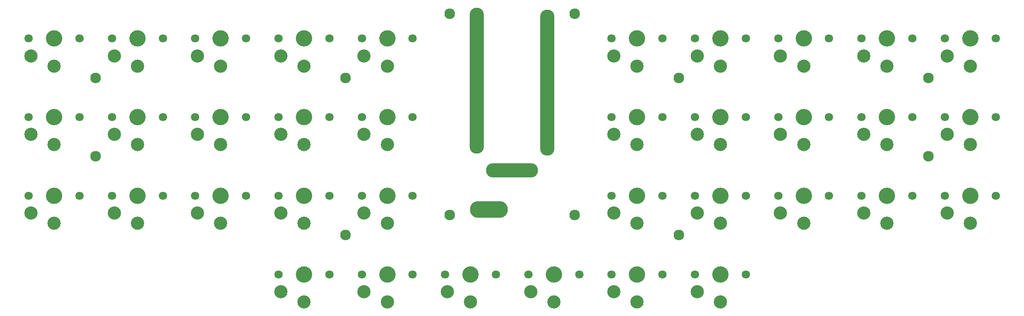
<source format=gbr>
%TF.GenerationSoftware,KiCad,Pcbnew,7.0.1*%
%TF.CreationDate,2023-03-24T14:18:28-04:00*%
%TF.ProjectId,kurp,6b757270-2e6b-4696-9361-645f70636258,v1.0.0*%
%TF.SameCoordinates,Original*%
%TF.FileFunction,Soldermask,Bot*%
%TF.FilePolarity,Negative*%
%FSLAX46Y46*%
G04 Gerber Fmt 4.6, Leading zero omitted, Abs format (unit mm)*
G04 Created by KiCad (PCBNEW 7.0.1) date 2023-03-24 14:18:28*
%MOMM*%
%LPD*%
G01*
G04 APERTURE LIST*
%ADD10C,1.801800*%
%ADD11C,2.850000*%
%ADD12C,3.529000*%
%ADD13O,3.100000X31.580000*%
%ADD14C,2.300000*%
%ADD15O,11.260000X3.100000*%
%ADD16O,8.220000X3.640000*%
G04 APERTURE END LIST*
D10*
%TO.C,SW11*%
X66500000Y17000000D03*
D11*
X67000000Y13250000D03*
D12*
X72000000Y17000000D03*
D11*
X72000000Y11050000D03*
D10*
X77500000Y17000000D03*
%TD*%
D13*
%TO.C,U1*%
X109380000Y24893700D03*
X124620000Y24500000D03*
%TD*%
D10*
%TO.C,SW20*%
X210500000Y17000000D03*
D11*
X211000000Y13250000D03*
D12*
X216000000Y17000000D03*
D11*
X216000000Y11050000D03*
D10*
X221500000Y17000000D03*
%TD*%
D14*
%TO.C,H10*%
X153000000Y25500000D03*
%TD*%
D10*
%TO.C,SW25*%
X174500000Y0D03*
D11*
X175000000Y-3750000D03*
D12*
X180000000Y0D03*
D11*
X180000000Y-5950000D03*
D10*
X185500000Y0D03*
%TD*%
%TO.C,SW8*%
X48500000Y17000000D03*
D11*
X49000000Y13250000D03*
D12*
X54000000Y17000000D03*
D11*
X54000000Y11050000D03*
D10*
X59500000Y17000000D03*
%TD*%
%TO.C,SW19*%
X210500000Y0D03*
D11*
X211000000Y-3750000D03*
D12*
X216000000Y0D03*
D11*
X216000000Y-5950000D03*
D10*
X221500000Y0D03*
%TD*%
%TO.C,SW6*%
X30500000Y34000000D03*
D11*
X31000000Y30250000D03*
D12*
X36000000Y34000000D03*
D11*
X36000000Y28050000D03*
D10*
X41500000Y34000000D03*
%TD*%
D15*
%TO.C,J1*%
X117000000Y5500000D03*
%TD*%
D14*
%TO.C,H9*%
X81000000Y25500000D03*
%TD*%
%TO.C,H11*%
X81000000Y-8500000D03*
%TD*%
D10*
%TO.C,SW30*%
X156500000Y34000000D03*
D11*
X157000000Y30250000D03*
D12*
X162000000Y34000000D03*
D11*
X162000000Y28050000D03*
D10*
X167500000Y34000000D03*
%TD*%
%TO.C,SW5*%
X30500000Y17000000D03*
D11*
X31000000Y13250000D03*
D12*
X36000000Y17000000D03*
D11*
X36000000Y11050000D03*
D10*
X41500000Y17000000D03*
%TD*%
%TO.C,SW33*%
X138500000Y34000000D03*
D11*
X139000000Y30250000D03*
D12*
X144000000Y34000000D03*
D11*
X144000000Y28050000D03*
D10*
X149500000Y34000000D03*
%TD*%
D14*
%TO.C,H3*%
X27000000Y8500000D03*
%TD*%
D10*
%TO.C,SW36*%
X120500000Y-17000000D03*
D11*
X121000000Y-20750000D03*
D12*
X126000000Y-17000000D03*
D11*
X126000000Y-22950000D03*
D10*
X131500000Y-17000000D03*
%TD*%
%TO.C,SW2*%
X12500000Y17000000D03*
D11*
X13000000Y13250000D03*
D12*
X18000000Y17000000D03*
D11*
X18000000Y11050000D03*
D10*
X23500000Y17000000D03*
%TD*%
%TO.C,SW1*%
X12500000Y0D03*
D11*
X13000000Y-3750000D03*
D12*
X18000000Y0D03*
D11*
X18000000Y-5950000D03*
D10*
X23500000Y0D03*
%TD*%
D14*
%TO.C,H12*%
X153000000Y-8500000D03*
%TD*%
%TO.C,H7*%
X103500000Y-4200000D03*
%TD*%
D10*
%TO.C,SW17*%
X84500000Y-17000000D03*
D11*
X85000000Y-20750000D03*
D12*
X90000000Y-17000000D03*
D11*
X90000000Y-22950000D03*
D10*
X95500000Y-17000000D03*
%TD*%
%TO.C,SW4*%
X30500000Y0D03*
D11*
X31000000Y-3750000D03*
D12*
X36000000Y0D03*
D11*
X36000000Y-5950000D03*
D10*
X41500000Y0D03*
%TD*%
%TO.C,SW24*%
X192500000Y34000000D03*
D11*
X193000000Y30250000D03*
D12*
X198000000Y34000000D03*
D11*
X198000000Y28050000D03*
D10*
X203500000Y34000000D03*
%TD*%
%TO.C,SW7*%
X48500000Y0D03*
D11*
X49000000Y-3750000D03*
D12*
X54000000Y0D03*
D11*
X54000000Y-5950000D03*
D10*
X59500000Y0D03*
%TD*%
%TO.C,SW34*%
X156500000Y-17000000D03*
D11*
X157000000Y-20750000D03*
D12*
X162000000Y-17000000D03*
D11*
X162000000Y-22950000D03*
D10*
X167500000Y-17000000D03*
%TD*%
%TO.C,SW15*%
X84500000Y34000000D03*
D11*
X85000000Y30250000D03*
D12*
X90000000Y34000000D03*
D11*
X90000000Y28050000D03*
D10*
X95500000Y34000000D03*
%TD*%
%TO.C,SW21*%
X210500000Y34000000D03*
D11*
X211000000Y30250000D03*
D12*
X216000000Y34000000D03*
D11*
X216000000Y28050000D03*
D10*
X221500000Y34000000D03*
%TD*%
%TO.C,SW32*%
X138500000Y17000000D03*
D11*
X139000000Y13250000D03*
D12*
X144000000Y17000000D03*
D11*
X144000000Y11050000D03*
D10*
X149500000Y17000000D03*
%TD*%
%TO.C,SW12*%
X66500000Y34000000D03*
D11*
X67000000Y30250000D03*
D12*
X72000000Y34000000D03*
D11*
X72000000Y28050000D03*
D10*
X77500000Y34000000D03*
%TD*%
D14*
%TO.C,H5*%
X103500000Y39400000D03*
%TD*%
D10*
%TO.C,SW35*%
X138500000Y-17000000D03*
D11*
X139000000Y-20750000D03*
D12*
X144000000Y-17000000D03*
D11*
X144000000Y-22950000D03*
D10*
X149500000Y-17000000D03*
%TD*%
%TO.C,SW29*%
X156500000Y17000000D03*
D11*
X157000000Y13250000D03*
D12*
X162000000Y17000000D03*
D11*
X162000000Y11050000D03*
D10*
X167500000Y17000000D03*
%TD*%
D14*
%TO.C,H1*%
X27000000Y25500000D03*
%TD*%
D10*
%TO.C,SW26*%
X174500000Y17000000D03*
D11*
X175000000Y13250000D03*
D12*
X180000000Y17000000D03*
D11*
X180000000Y11050000D03*
D10*
X185500000Y17000000D03*
%TD*%
D14*
%TO.C,H4*%
X207000000Y8500000D03*
%TD*%
D10*
%TO.C,SW10*%
X66500000Y0D03*
D11*
X67000000Y-3750000D03*
D12*
X72000000Y0D03*
D11*
X72000000Y-5950000D03*
D10*
X77500000Y0D03*
%TD*%
%TO.C,SW9*%
X48500000Y34000000D03*
D11*
X49000000Y30250000D03*
D12*
X54000000Y34000000D03*
D11*
X54000000Y28050000D03*
D10*
X59500000Y34000000D03*
%TD*%
%TO.C,SW16*%
X66500000Y-17000000D03*
D11*
X67000000Y-20750000D03*
D12*
X72000000Y-17000000D03*
D11*
X72000000Y-22950000D03*
D10*
X77500000Y-17000000D03*
%TD*%
D14*
%TO.C,H2*%
X207000000Y25500000D03*
%TD*%
D10*
%TO.C,SW14*%
X84500000Y17000000D03*
D11*
X85000000Y13250000D03*
D12*
X90000000Y17000000D03*
D11*
X90000000Y11050000D03*
D10*
X95500000Y17000000D03*
%TD*%
%TO.C,SW31*%
X138500000Y0D03*
D11*
X139000000Y-3750000D03*
D12*
X144000000Y0D03*
D11*
X144000000Y-5950000D03*
D10*
X149500000Y0D03*
%TD*%
D14*
%TO.C,H8*%
X130500000Y-4200000D03*
%TD*%
D10*
%TO.C,SW23*%
X192500000Y17000000D03*
D11*
X193000000Y13250000D03*
D12*
X198000000Y17000000D03*
D11*
X198000000Y11050000D03*
D10*
X203500000Y17000000D03*
%TD*%
D14*
%TO.C,H6*%
X130500000Y39400000D03*
%TD*%
D10*
%TO.C,SW13*%
X84500000Y0D03*
D11*
X85000000Y-3750000D03*
D12*
X90000000Y0D03*
D11*
X90000000Y-5950000D03*
D10*
X95500000Y0D03*
%TD*%
%TO.C,SW3*%
X12500000Y34000000D03*
D11*
X13000000Y30250000D03*
D12*
X18000000Y34000000D03*
D11*
X18000000Y28050000D03*
D10*
X23500000Y34000000D03*
%TD*%
D16*
%TO.C,BT1*%
X112000000Y-3000000D03*
%TD*%
D10*
%TO.C,SW18*%
X102500000Y-17000000D03*
D11*
X103000000Y-20750000D03*
D12*
X108000000Y-17000000D03*
D11*
X108000000Y-22950000D03*
D10*
X113500000Y-17000000D03*
%TD*%
%TO.C,SW22*%
X192500000Y0D03*
D11*
X193000000Y-3750000D03*
D12*
X198000000Y0D03*
D11*
X198000000Y-5950000D03*
D10*
X203500000Y0D03*
%TD*%
%TO.C,SW27*%
X174500000Y34000000D03*
D11*
X175000000Y30250000D03*
D12*
X180000000Y34000000D03*
D11*
X180000000Y28050000D03*
D10*
X185500000Y34000000D03*
%TD*%
%TO.C,SW28*%
X156500000Y0D03*
D11*
X157000000Y-3750000D03*
D12*
X162000000Y0D03*
D11*
X162000000Y-5950000D03*
D10*
X167500000Y0D03*
%TD*%
M02*

</source>
